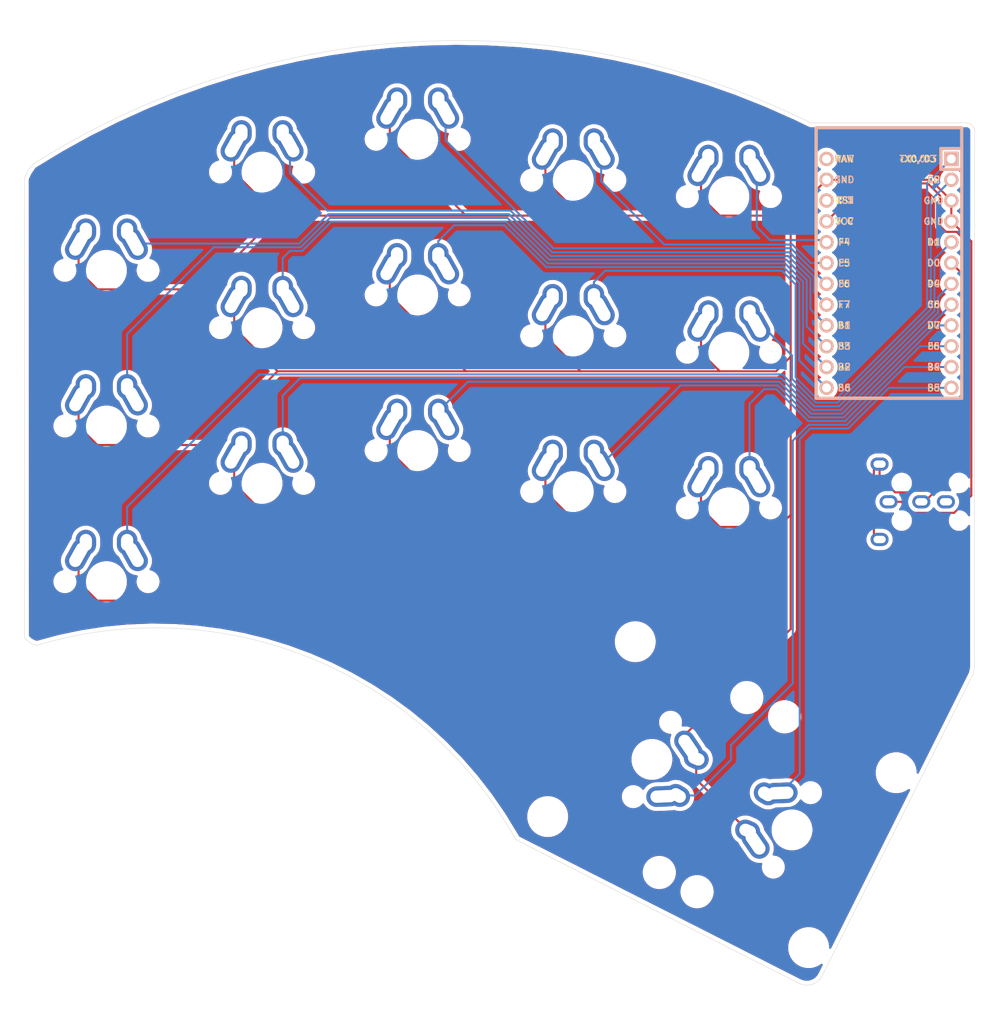
<source format=kicad_pcb>
(kicad_pcb (version 20171130) (host pcbnew 5.1.6)
  (layers (0 F.Cu signal) (31 B.Cu signal) (34 B.Paste user) (35 F.Paste user) (36 B.SilkS user) (37 F.SilkS user) (38 B.Mask user) (39 F.Mask user) (44 Edge.Cuts user))
  (net 0 "")
  (net 1 SDA)
  (net 2 GND)
  (net 3 VCC)
  (net 4 P1)
  (net 5 R1)
  (net 6 M1)
  (net 7 I11)
  (net 8 I21)
  (net 9 P2)
  (net 10 R2)
  (net 11 M2)
  (net 12 I12)
  (net 13 I22)
  (net 14 P3)
  (net 15 R3)
  (net 16 M3)
  (net 17 I13)
  (net 18 I23)
  (net 19 T1)
  (net 20 T2)
  (module nodiodes:2u-dual (layer F.Cu) (at 113.7 107.3 63.4)
    (fp_text reference switch17 hide)
    (fp_text value switch hide)
    (pad "" np_thru_hole circle (at 11.938 8.255 63.4) (size 3.9878 3.9878) (drill 3.9878) (layers *.Cu *.Mask))
    (pad "" np_thru_hole circle (at -11.938 8.255 63.4) (size 3.9878 3.9878) (drill 3.9878) (layers *.Cu *.Mask))
    (pad "" np_thru_hole circle (at 11.938 -6.985 63.4) (size 3.048 3.048) (drill 3.048) (layers *.Cu *.Mask))
    (pad "" np_thru_hole circle (at -11.938 -6.985 63.4) (size 3.048 3.048) (drill 3.048) (layers *.Cu *.Mask))
    (pad "" np_thru_hole circle (at 5.08 0 63.4) (size 1.8 1.8) (drill 1.8) (layers *.Cu *.Mask))
    (pad "" np_thru_hole circle (at -5.08 0 63.4) (size 1.8 1.8) (drill 1.8) (layers *.Cu *.Mask))
    (pad "" np_thru_hole circle (at 0 0 63.4) (size 3.9878 3.9878) (drill 3.9878) (layers *.Cu *.Mask))
    (pad 2 thru_hole oval (at 2.52 -4.79 59.5) (size 2.5 3.08) (drill oval 1.5 2.08) (layers *.Cu *.Mask) (net 20 T2))
    (pad 1 thru_hole oval (at -3.405 -3.27 34.4) (size 2.5 4.17) (drill oval 1.5 3.17) (layers *.Cu *.Mask) (net 2 GND))
    (pad 2 thru_hole oval (at 3.405 -3.27 92.4) (size 2.5 4.17) (drill oval 1.5 3.17) (layers *.Cu *.Mask) (net 20 T2))
    (pad 1 thru_hole oval (at -2.52 -4.79 67.3) (size 2.5 3.08) (drill oval 1.5 2.08) (layers *.Cu *.Mask) (net 2 GND))
  )
  (module nodiodes:2u-dual (layer F.Cu) (at 96.6 98.7 243.4)
    (fp_text reference switch16 hide)
    (fp_text value switch hide)
    (pad "" np_thru_hole circle (at 11.938 8.255 243.4) (size 3.9878 3.9878) (drill 3.9878) (layers *.Cu *.Mask))
    (pad "" np_thru_hole circle (at -11.938 8.255 243.4) (size 3.9878 3.9878) (drill 3.9878) (layers *.Cu *.Mask))
    (pad "" np_thru_hole circle (at 11.938 -6.985 243.4) (size 3.048 3.048) (drill 3.048) (layers *.Cu *.Mask))
    (pad "" np_thru_hole circle (at -11.938 -6.985 243.4) (size 3.048 3.048) (drill 3.048) (layers *.Cu *.Mask))
    (pad "" np_thru_hole circle (at 5.08 0 243.4) (size 1.8 1.8) (drill 1.8) (layers *.Cu *.Mask))
    (pad "" np_thru_hole circle (at -5.08 0 243.4) (size 1.8 1.8) (drill 1.8) (layers *.Cu *.Mask))
    (pad "" np_thru_hole circle (at 0 0 243.4) (size 3.9878 3.9878) (drill 3.9878) (layers *.Cu *.Mask))
    (pad 2 thru_hole oval (at 2.52 -4.79 239.5) (size 2.5 3.08) (drill oval 1.5 2.08) (layers *.Cu *.Mask) (net 19 T1))
    (pad 1 thru_hole oval (at -3.405 -3.27 214.4) (size 2.5 4.17) (drill oval 1.5 3.17) (layers *.Cu *.Mask) (net 2 GND))
    (pad 2 thru_hole oval (at 3.405 -3.27 272.4) (size 2.5 4.17) (drill oval 1.5 3.17) (layers *.Cu *.Mask) (net 19 T1))
    (pad 1 thru_hole oval (at -2.52 -4.79 247.3) (size 2.5 3.08) (drill oval 1.5 2.08) (layers *.Cu *.Mask) (net 2 GND))
  )
  (module nodiodes:1u-dual (layer F.Cu) (at 106 68)
    (fp_text reference switch15 hide)
    (fp_text value switch hide)
    (pad 1 thru_hole oval (at -2.52 -4.79) (size 2.5 3.08) (drill oval 1.5 2.08) (layers *.Cu *.Mask) (net 2 GND))
    (pad 2 thru_hole oval (at 3.405 -3.27 29) (size 2.5 4.17) (drill oval 1.5 3.17) (layers *.Cu *.Mask) (net 18 I23))
    (pad "" np_thru_hole circle (at 5.08 0) (size 1.8 1.8) (drill 1.8) (layers *.Cu *.Mask))
    (pad "" np_thru_hole circle (at -5.08 0) (size 1.8 1.8) (drill 1.8) (layers *.Cu *.Mask))
    (pad "" np_thru_hole circle (at 0 0) (size 3.9878 3.9878) (drill 3.9878) (layers *.Cu *.Mask))
    (pad 2 thru_hole oval (at 2.52 -4.79) (size 2.5 3.08) (drill oval 1.5 2.08) (layers *.Cu *.Mask) (net 18 I23))
    (pad 1 thru_hole oval (at -3.405 -3.27 331) (size 2.5 4.17) (drill oval 1.5 3.17) (layers *.Cu *.Mask) (net 2 GND))
  )
  (module nodiodes:1u-dual (layer F.Cu) (at 87 66)
    (fp_text reference switch14 hide)
    (fp_text value switch hide)
    (pad 1 thru_hole oval (at -2.52 -4.79) (size 2.5 3.08) (drill oval 1.5 2.08) (layers *.Cu *.Mask) (net 2 GND))
    (pad 2 thru_hole oval (at 3.405 -3.27 29) (size 2.5 4.17) (drill oval 1.5 3.17) (layers *.Cu *.Mask) (net 17 I13))
    (pad "" np_thru_hole circle (at 5.08 0) (size 1.8 1.8) (drill 1.8) (layers *.Cu *.Mask))
    (pad "" np_thru_hole circle (at -5.08 0) (size 1.8 1.8) (drill 1.8) (layers *.Cu *.Mask))
    (pad "" np_thru_hole circle (at 0 0) (size 3.9878 3.9878) (drill 3.9878) (layers *.Cu *.Mask))
    (pad 2 thru_hole oval (at 2.52 -4.79) (size 2.5 3.08) (drill oval 1.5 2.08) (layers *.Cu *.Mask) (net 17 I13))
    (pad 1 thru_hole oval (at -3.405 -3.27 331) (size 2.5 4.17) (drill oval 1.5 3.17) (layers *.Cu *.Mask) (net 2 GND))
  )
  (module nodiodes:1u-dual (layer F.Cu) (at 68 61)
    (fp_text reference switch13 hide)
    (fp_text value switch hide)
    (pad 1 thru_hole oval (at -2.52 -4.79) (size 2.5 3.08) (drill oval 1.5 2.08) (layers *.Cu *.Mask) (net 2 GND))
    (pad 2 thru_hole oval (at 3.405 -3.27 29) (size 2.5 4.17) (drill oval 1.5 3.17) (layers *.Cu *.Mask) (net 16 M3))
    (pad "" np_thru_hole circle (at 5.08 0) (size 1.8 1.8) (drill 1.8) (layers *.Cu *.Mask))
    (pad "" np_thru_hole circle (at -5.08 0) (size 1.8 1.8) (drill 1.8) (layers *.Cu *.Mask))
    (pad "" np_thru_hole circle (at 0 0) (size 3.9878 3.9878) (drill 3.9878) (layers *.Cu *.Mask))
    (pad 2 thru_hole oval (at 2.52 -4.79) (size 2.5 3.08) (drill oval 1.5 2.08) (layers *.Cu *.Mask) (net 16 M3))
    (pad 1 thru_hole oval (at -3.405 -3.27 331) (size 2.5 4.17) (drill oval 1.5 3.17) (layers *.Cu *.Mask) (net 2 GND))
  )
  (module nodiodes:1u-dual (layer F.Cu) (at 49 65)
    (fp_text reference switch12 hide)
    (fp_text value switch hide)
    (pad 1 thru_hole oval (at -2.52 -4.79) (size 2.5 3.08) (drill oval 1.5 2.08) (layers *.Cu *.Mask) (net 2 GND))
    (pad 2 thru_hole oval (at 3.405 -3.27 29) (size 2.5 4.17) (drill oval 1.5 3.17) (layers *.Cu *.Mask) (net 15 R3))
    (pad "" np_thru_hole circle (at 5.08 0) (size 1.8 1.8) (drill 1.8) (layers *.Cu *.Mask))
    (pad "" np_thru_hole circle (at -5.08 0) (size 1.8 1.8) (drill 1.8) (layers *.Cu *.Mask))
    (pad "" np_thru_hole circle (at 0 0) (size 3.9878 3.9878) (drill 3.9878) (layers *.Cu *.Mask))
    (pad 2 thru_hole oval (at 2.52 -4.79) (size 2.5 3.08) (drill oval 1.5 2.08) (layers *.Cu *.Mask) (net 15 R3))
    (pad 1 thru_hole oval (at -3.405 -3.27 331) (size 2.5 4.17) (drill oval 1.5 3.17) (layers *.Cu *.Mask) (net 2 GND))
  )
  (module nodiodes:1u-dual (layer F.Cu) (at 30 77)
    (fp_text reference switch11 hide)
    (fp_text value switch hide)
    (pad 1 thru_hole oval (at -2.52 -4.79) (size 2.5 3.08) (drill oval 1.5 2.08) (layers *.Cu *.Mask) (net 2 GND))
    (pad 2 thru_hole oval (at 3.405 -3.27 29) (size 2.5 4.17) (drill oval 1.5 3.17) (layers *.Cu *.Mask) (net 14 P3))
    (pad "" np_thru_hole circle (at 5.08 0) (size 1.8 1.8) (drill 1.8) (layers *.Cu *.Mask))
    (pad "" np_thru_hole circle (at -5.08 0) (size 1.8 1.8) (drill 1.8) (layers *.Cu *.Mask))
    (pad "" np_thru_hole circle (at 0 0) (size 3.9878 3.9878) (drill 3.9878) (layers *.Cu *.Mask))
    (pad 2 thru_hole oval (at 2.52 -4.79) (size 2.5 3.08) (drill oval 1.5 2.08) (layers *.Cu *.Mask) (net 14 P3))
    (pad 1 thru_hole oval (at -3.405 -3.27 331) (size 2.5 4.17) (drill oval 1.5 3.17) (layers *.Cu *.Mask) (net 2 GND))
  )
  (module nodiodes:1u-dual (layer F.Cu) (at 106 49)
    (fp_text reference switch10 hide)
    (fp_text value switch hide)
    (pad 1 thru_hole oval (at -2.52 -4.79) (size 2.5 3.08) (drill oval 1.5 2.08) (layers *.Cu *.Mask) (net 2 GND))
    (pad 2 thru_hole oval (at 3.405 -3.27 29) (size 2.5 4.17) (drill oval 1.5 3.17) (layers *.Cu *.Mask) (net 13 I22))
    (pad "" np_thru_hole circle (at 5.08 0) (size 1.8 1.8) (drill 1.8) (layers *.Cu *.Mask))
    (pad "" np_thru_hole circle (at -5.08 0) (size 1.8 1.8) (drill 1.8) (layers *.Cu *.Mask))
    (pad "" np_thru_hole circle (at 0 0) (size 3.9878 3.9878) (drill 3.9878) (layers *.Cu *.Mask))
    (pad 2 thru_hole oval (at 2.52 -4.79) (size 2.5 3.08) (drill oval 1.5 2.08) (layers *.Cu *.Mask) (net 13 I22))
    (pad 1 thru_hole oval (at -3.405 -3.27 331) (size 2.5 4.17) (drill oval 1.5 3.17) (layers *.Cu *.Mask) (net 2 GND))
  )
  (module nodiodes:1u-dual (layer F.Cu) (at 87 47)
    (fp_text reference switch9 hide)
    (fp_text value switch hide)
    (pad 1 thru_hole oval (at -2.52 -4.79) (size 2.5 3.08) (drill oval 1.5 2.08) (layers *.Cu *.Mask) (net 2 GND))
    (pad 2 thru_hole oval (at 3.405 -3.27 29) (size 2.5 4.17) (drill oval 1.5 3.17) (layers *.Cu *.Mask) (net 12 I12))
    (pad "" np_thru_hole circle (at 5.08 0) (size 1.8 1.8) (drill 1.8) (layers *.Cu *.Mask))
    (pad "" np_thru_hole circle (at -5.08 0) (size 1.8 1.8) (drill 1.8) (layers *.Cu *.Mask))
    (pad "" np_thru_hole circle (at 0 0) (size 3.9878 3.9878) (drill 3.9878) (layers *.Cu *.Mask))
    (pad 2 thru_hole oval (at 2.52 -4.79) (size 2.5 3.08) (drill oval 1.5 2.08) (layers *.Cu *.Mask) (net 12 I12))
    (pad 1 thru_hole oval (at -3.405 -3.27 331) (size 2.5 4.17) (drill oval 1.5 3.17) (layers *.Cu *.Mask) (net 2 GND))
  )
  (module nodiodes:1u-dual (layer F.Cu) (at 68 42)
    (fp_text reference switch8 hide)
    (fp_text value switch hide)
    (pad 1 thru_hole oval (at -2.52 -4.79) (size 2.5 3.08) (drill oval 1.5 2.08) (layers *.Cu *.Mask) (net 2 GND))
    (pad 2 thru_hole oval (at 3.405 -3.27 29) (size 2.5 4.17) (drill oval 1.5 3.17) (layers *.Cu *.Mask) (net 11 M2))
    (pad "" np_thru_hole circle (at 5.08 0) (size 1.8 1.8) (drill 1.8) (layers *.Cu *.Mask))
    (pad "" np_thru_hole circle (at -5.08 0) (size 1.8 1.8) (drill 1.8) (layers *.Cu *.Mask))
    (pad "" np_thru_hole circle (at 0 0) (size 3.9878 3.9878) (drill 3.9878) (layers *.Cu *.Mask))
    (pad 2 thru_hole oval (at 2.52 -4.79) (size 2.5 3.08) (drill oval 1.5 2.08) (layers *.Cu *.Mask) (net 11 M2))
    (pad 1 thru_hole oval (at -3.405 -3.27 331) (size 2.5 4.17) (drill oval 1.5 3.17) (layers *.Cu *.Mask) (net 2 GND))
  )
  (module nodiodes:1u-dual (layer F.Cu) (at 49 46)
    (fp_text reference switch7 hide)
    (fp_text value switch hide)
    (pad 1 thru_hole oval (at -2.52 -4.79) (size 2.5 3.08) (drill oval 1.5 2.08) (layers *.Cu *.Mask) (net 2 GND))
    (pad 2 thru_hole oval (at 3.405 -3.27 29) (size 2.5 4.17) (drill oval 1.5 3.17) (layers *.Cu *.Mask) (net 10 R2))
    (pad "" np_thru_hole circle (at 5.08 0) (size 1.8 1.8) (drill 1.8) (layers *.Cu *.Mask))
    (pad "" np_thru_hole circle (at -5.08 0) (size 1.8 1.8) (drill 1.8) (layers *.Cu *.Mask))
    (pad "" np_thru_hole circle (at 0 0) (size 3.9878 3.9878) (drill 3.9878) (layers *.Cu *.Mask))
    (pad 2 thru_hole oval (at 2.52 -4.79) (size 2.5 3.08) (drill oval 1.5 2.08) (layers *.Cu *.Mask) (net 10 R2))
    (pad 1 thru_hole oval (at -3.405 -3.27 331) (size 2.5 4.17) (drill oval 1.5 3.17) (layers *.Cu *.Mask) (net 2 GND))
  )
  (module nodiodes:1u-dual (layer F.Cu) (at 30 58)
    (fp_text reference switch6 hide)
    (fp_text value switch hide)
    (pad 1 thru_hole oval (at -2.52 -4.79) (size 2.5 3.08) (drill oval 1.5 2.08) (layers *.Cu *.Mask) (net 2 GND))
    (pad 2 thru_hole oval (at 3.405 -3.27 29) (size 2.5 4.17) (drill oval 1.5 3.17) (layers *.Cu *.Mask) (net 9 P2))
    (pad "" np_thru_hole circle (at 5.08 0) (size 1.8 1.8) (drill 1.8) (layers *.Cu *.Mask))
    (pad "" np_thru_hole circle (at -5.08 0) (size 1.8 1.8) (drill 1.8) (layers *.Cu *.Mask))
    (pad "" np_thru_hole circle (at 0 0) (size 3.9878 3.9878) (drill 3.9878) (layers *.Cu *.Mask))
    (pad 2 thru_hole oval (at 2.52 -4.79) (size 2.5 3.08) (drill oval 1.5 2.08) (layers *.Cu *.Mask) (net 9 P2))
    (pad 1 thru_hole oval (at -3.405 -3.27 331) (size 2.5 4.17) (drill oval 1.5 3.17) (layers *.Cu *.Mask) (net 2 GND))
  )
  (module nodiodes:1u-dual (layer F.Cu) (at 106 30)
    (fp_text reference switch5 hide)
    (fp_text value switch hide)
    (pad 1 thru_hole oval (at -2.52 -4.79) (size 2.5 3.08) (drill oval 1.5 2.08) (layers *.Cu *.Mask) (net 2 GND))
    (pad 2 thru_hole oval (at 3.405 -3.27 29) (size 2.5 4.17) (drill oval 1.5 3.17) (layers *.Cu *.Mask) (net 8 I21))
    (pad "" np_thru_hole circle (at 5.08 0) (size 1.8 1.8) (drill 1.8) (layers *.Cu *.Mask))
    (pad "" np_thru_hole circle (at -5.08 0) (size 1.8 1.8) (drill 1.8) (layers *.Cu *.Mask))
    (pad "" np_thru_hole circle (at 0 0) (size 3.9878 3.9878) (drill 3.9878) (layers *.Cu *.Mask))
    (pad 2 thru_hole oval (at 2.52 -4.79) (size 2.5 3.08) (drill oval 1.5 2.08) (layers *.Cu *.Mask) (net 8 I21))
    (pad 1 thru_hole oval (at -3.405 -3.27 331) (size 2.5 4.17) (drill oval 1.5 3.17) (layers *.Cu *.Mask) (net 2 GND))
  )
  (module nodiodes:1u-dual (layer F.Cu) (at 87 28)
    (fp_text reference switch4 hide)
    (fp_text value switch hide)
    (pad 1 thru_hole oval (at -2.52 -4.79) (size 2.5 3.08) (drill oval 1.5 2.08) (layers *.Cu *.Mask) (net 2 GND))
    (pad 2 thru_hole oval (at 3.405 -3.27 29) (size 2.5 4.17) (drill oval 1.5 3.17) (layers *.Cu *.Mask) (net 7 I11))
    (pad "" np_thru_hole circle (at 5.08 0) (size 1.8 1.8) (drill 1.8) (layers *.Cu *.Mask))
    (pad "" np_thru_hole circle (at -5.08 0) (size 1.8 1.8) (drill 1.8) (layers *.Cu *.Mask))
    (pad "" np_thru_hole circle (at 0 0) (size 3.9878 3.9878) (drill 3.9878) (layers *.Cu *.Mask))
    (pad 2 thru_hole oval (at 2.52 -4.79) (size 2.5 3.08) (drill oval 1.5 2.08) (layers *.Cu *.Mask) (net 7 I11))
    (pad 1 thru_hole oval (at -3.405 -3.27 331) (size 2.5 4.17) (drill oval 1.5 3.17) (layers *.Cu *.Mask) (net 2 GND))
  )
  (module nodiodes:1u-dual (layer F.Cu) (at 68 23)
    (fp_text reference switch3 hide)
    (fp_text value switch hide)
    (pad 1 thru_hole oval (at -2.52 -4.79) (size 2.5 3.08) (drill oval 1.5 2.08) (layers *.Cu *.Mask) (net 2 GND))
    (pad 2 thru_hole oval (at 3.405 -3.27 29) (size 2.5 4.17) (drill oval 1.5 3.17) (layers *.Cu *.Mask) (net 6 M1))
    (pad "" np_thru_hole circle (at 5.08 0) (size 1.8 1.8) (drill 1.8) (layers *.Cu *.Mask))
    (pad "" np_thru_hole circle (at -5.08 0) (size 1.8 1.8) (drill 1.8) (layers *.Cu *.Mask))
    (pad "" np_thru_hole circle (at 0 0) (size 3.9878 3.9878) (drill 3.9878) (layers *.Cu *.Mask))
    (pad 2 thru_hole oval (at 2.52 -4.79) (size 2.5 3.08) (drill oval 1.5 2.08) (layers *.Cu *.Mask) (net 6 M1))
    (pad 1 thru_hole oval (at -3.405 -3.27 331) (size 2.5 4.17) (drill oval 1.5 3.17) (layers *.Cu *.Mask) (net 2 GND))
  )
  (module nodiodes:1u-dual (layer F.Cu) (at 49 27)
    (fp_text reference switch2 hide)
    (fp_text value switch hide)
    (pad 1 thru_hole oval (at -2.52 -4.79) (size 2.5 3.08) (drill oval 1.5 2.08) (layers *.Cu *.Mask) (net 2 GND))
    (pad 2 thru_hole oval (at 3.405 -3.27 29) (size 2.5 4.17) (drill oval 1.5 3.17) (layers *.Cu *.Mask) (net 5 R1))
    (pad "" np_thru_hole circle (at 5.08 0) (size 1.8 1.8) (drill 1.8) (layers *.Cu *.Mask))
    (pad "" np_thru_hole circle (at -5.08 0) (size 1.8 1.8) (drill 1.8) (layers *.Cu *.Mask))
    (pad "" np_thru_hole circle (at 0 0) (size 3.9878 3.9878) (drill 3.9878) (layers *.Cu *.Mask))
    (pad 2 thru_hole oval (at 2.52 -4.79) (size 2.5 3.08) (drill oval 1.5 2.08) (layers *.Cu *.Mask) (net 5 R1))
    (pad 1 thru_hole oval (at -3.405 -3.27 331) (size 2.5 4.17) (drill oval 1.5 3.17) (layers *.Cu *.Mask) (net 2 GND))
  )
  (module nodiodes:1u-dual (layer F.Cu) (at 30 39)
    (fp_text reference switch1 hide)
    (fp_text value switch hide)
    (pad 1 thru_hole oval (at -2.52 -4.79) (size 2.5 3.08) (drill oval 1.5 2.08) (layers *.Cu *.Mask) (net 2 GND))
    (pad 2 thru_hole oval (at 3.405 -3.27 29) (size 2.5 4.17) (drill oval 1.5 3.17) (layers *.Cu *.Mask) (net 4 P1))
    (pad "" np_thru_hole circle (at 5.08 0) (size 1.8 1.8) (drill 1.8) (layers *.Cu *.Mask))
    (pad "" np_thru_hole circle (at -5.08 0) (size 1.8 1.8) (drill 1.8) (layers *.Cu *.Mask))
    (pad "" np_thru_hole circle (at 0 0) (size 3.9878 3.9878) (drill 3.9878) (layers *.Cu *.Mask))
    (pad 2 thru_hole oval (at 2.52 -4.79) (size 2.5 3.08) (drill oval 1.5 2.08) (layers *.Cu *.Mask) (net 4 P1))
    (pad 1 thru_hole oval (at -3.405 -3.27 331) (size 2.5 4.17) (drill oval 1.5 3.17) (layers *.Cu *.Mask) (net 2 GND))
  )
  (module nodiodes:promicro (layer B.Cu) (at 125.54 39.37 270)
    (fp_text reference U2 hide)
    (fp_text value promicro hide)
    (fp_line (start -12.7 -6.35) (end -12.7 -8.89) (layer F.SilkS) (width 0.381))
    (fp_line (start -15.24 -6.35) (end -12.7 -6.35) (layer F.SilkS) (width 0.381))
    (fp_line (start -15.24 -8.89) (end 15.24 -8.89) (layer B.SilkS) (width 0.381))
    (fp_line (start 15.24 -8.89) (end 15.24 8.89) (layer B.SilkS) (width 0.381))
    (fp_line (start 15.24 8.89) (end -15.24 8.89) (layer B.SilkS) (width 0.381))
    (fp_line (start -15.24 -6.35) (end -12.7 -6.35) (layer B.SilkS) (width 0.381))
    (fp_line (start -12.7 -6.35) (end -12.7 -8.89) (layer B.SilkS) (width 0.381))
    (fp_poly (pts (xy -9.36064 4.931568) (xy -9.06064 4.931568) (xy -9.06064 4.831568) (xy -9.36064 4.831568)) (layer B.SilkS) (width 0.15))
    (fp_poly (pts (xy -8.96064 4.731568) (xy -8.86064 4.731568) (xy -8.86064 4.631568) (xy -8.96064 4.631568)) (layer B.SilkS) (width 0.15))
    (fp_poly (pts (xy -9.36064 4.931568) (xy -9.26064 4.931568) (xy -9.26064 4.431568) (xy -9.36064 4.431568)) (layer B.SilkS) (width 0.15))
    (fp_poly (pts (xy -9.36064 4.531568) (xy -8.56064 4.531568) (xy -8.56064 4.431568) (xy -9.36064 4.431568)) (layer B.SilkS) (width 0.15))
    (fp_poly (pts (xy -8.76064 4.931568) (xy -8.56064 4.931568) (xy -8.56064 4.831568) (xy -8.76064 4.831568)) (layer B.SilkS) (width 0.15))
    (fp_poly (pts (xy -8.95097 6.044635) (xy -8.85097 6.044635) (xy -8.85097 6.144635) (xy -8.95097 6.144635)) (layer F.SilkS) (width 0.15))
    (fp_poly (pts (xy -9.35097 6.244635) (xy -8.55097 6.244635) (xy -8.55097 6.344635) (xy -9.35097 6.344635)) (layer F.SilkS) (width 0.15))
    (fp_poly (pts (xy -8.75097 5.844635) (xy -8.55097 5.844635) (xy -8.55097 5.944635) (xy -8.75097 5.944635)) (layer F.SilkS) (width 0.15))
    (fp_poly (pts (xy -9.35097 5.844635) (xy -9.05097 5.844635) (xy -9.05097 5.944635) (xy -9.35097 5.944635)) (layer F.SilkS) (width 0.15))
    (fp_poly (pts (xy -9.35097 5.844635) (xy -9.25097 5.844635) (xy -9.25097 6.344635) (xy -9.35097 6.344635)) (layer F.SilkS) (width 0.15))
    (fp_line (start 15.24 8.89) (end -17.78 8.89) (layer F.SilkS) (width 0.381))
    (fp_line (start 15.24 -8.89) (end 15.24 8.89) (layer F.SilkS) (width 0.381))
    (fp_line (start -17.78 -8.89) (end 15.24 -8.89) (layer F.SilkS) (width 0.381))
    (fp_line (start -17.78 8.89) (end -17.78 -8.89) (layer F.SilkS) (width 0.381))
    (fp_line (start -15.24 8.89) (end -17.78 8.89) (layer B.SilkS) (width 0.381))
    (fp_line (start -17.78 8.89) (end -17.78 -8.89) (layer B.SilkS) (width 0.381))
    (fp_line (start -17.78 -8.89) (end -15.24 -8.89) (layer B.SilkS) (width 0.381))
    (fp_line (start -15.24 -6.35) (end -15.24 -8.89) (layer F.SilkS) (width 0.381))
    (fp_line (start -15.24 -6.35) (end -15.24 -8.89) (layer B.SilkS) (width 0.381))
    (fp_text user D2 (at -11.43 -5.461 180) (layer F.SilkS) (effects (font (size 0.8 0.8))))
    (fp_text user D0 (at -1.27 -5.461 180) (layer F.SilkS) (effects (font (size 0.8 0.8))))
    (fp_text user D1 (at -3.81 -5.461 180) (layer F.SilkS) (effects (font (size 0.8 0.8))))
    (fp_text user GND (at -6.35 -5.461 180) (layer F.SilkS) (effects (font (size 0.8 0.8))))
    (fp_text user GND (at -8.89 -5.461 180) (layer F.SilkS) (effects (font (size 0.8 0.8))))
    (fp_text user D4 (at 1.27 -5.461 180) (layer F.SilkS) (effects (font (size 0.8 0.8))))
    (fp_text user C6 (at 3.81 -5.461 180) (layer F.SilkS) (effects (font (size 0.8 0.8))))
    (fp_text user D7 (at 6.35 -5.461 180) (layer F.SilkS) (effects (font (size 0.8 0.8))))
    (fp_text user E6 (at 8.89 -5.461 180) (layer F.SilkS) (effects (font (size 0.8 0.8))))
    (fp_text user B4 (at 11.43 -5.461 180) (layer F.SilkS) (effects (font (size 0.8 0.8))))
    (fp_text user B5 (at 13.97 -5.461 180) (layer F.SilkS) (effects (font (size 0.8 0.8))))
    (fp_text user B6 (at 13.97 5.461 180) (layer F.SilkS) (effects (font (size 0.8 0.8))))
    (fp_text user B2 (at 11.43 5.461 180) (layer B.SilkS) (effects (font (size 0.8 0.8)) (justify mirror)))
    (fp_text user B3 (at 8.89 5.461 180) (layer F.SilkS) (effects (font (size 0.8 0.8))))
    (fp_text user B1 (at 6.35 5.461 180) (layer F.SilkS) (effects (font (size 0.8 0.8))))
    (fp_text user F7 (at 3.81 5.461 180) (layer B.SilkS) (effects (font (size 0.8 0.8)) (justify mirror)))
    (fp_text user F6 (at 1.27 5.461 180) (layer B.SilkS) (effects (font (size 0.8 0.8)) (justify mirror)))
    (fp_text user F5 (at -1.27 5.461 180) (layer B.SilkS) (effects (font (size 0.8 0.8)) (justify mirror)))
    (fp_text user F4 (at -3.81 5.461 180) (layer F.SilkS) (effects (font (size 0.8 0.8))))
    (fp_text user VCC (at -6.35 5.461 180) (layer F.SilkS) (effects (font (size 0.8 0.8))))
    (fp_text user GND (at -11.43 5.461 180) (layer F.SilkS) (effects (font (size 0.8 0.8))))
    (fp_text user RAW (at -13.97 5.461 180) (layer F.SilkS) (effects (font (size 0.8 0.8))))
    (fp_text user RAW (at -13.97 5.461 180) (layer B.SilkS) (effects (font (size 0.8 0.8)) (justify mirror)))
    (fp_text user GND (at -11.43 5.461 180) (layer B.SilkS) (effects (font (size 0.8 0.8)) (justify mirror)))
    (fp_text user ST (at -8.92 5.73312 180) (layer B.SilkS) (effects (font (size 0.8 0.8)) (justify mirror)))
    (fp_text user VCC (at -6.35 5.461 180) (layer B.SilkS) (effects (font (size 0.8 0.8)) (justify mirror)))
    (fp_text user F4 (at -3.81 5.461 180) (layer B.SilkS) (effects (font (size 0.8 0.8)) (justify mirror)))
    (fp_text user F5 (at -1.27 5.461 180) (layer F.SilkS) (effects (font (size 0.8 0.8))))
    (fp_text user F6 (at 1.27 5.461 180) (layer F.SilkS) (effects (font (size 0.8 0.8))))
    (fp_text user F7 (at 3.81 5.461 180) (layer F.SilkS) (effects (font (size 0.8 0.8))))
    (fp_text user B1 (at 6.35 5.461 180) (layer B.SilkS) (effects (font (size 0.8 0.8)) (justify mirror)))
    (fp_text user B3 (at 8.89 5.461 180) (layer B.SilkS) (effects (font (size 0.8 0.8)) (justify mirror)))
    (fp_text user B2 (at 11.43 5.461 180) (layer F.SilkS) (effects (font (size 0.8 0.8))))
    (fp_text user B6 (at 13.97 5.461 180) (layer B.SilkS) (effects (font (size 0.8 0.8)) (justify mirror)))
    (fp_text user B5 (at 13.97 -5.461 180) (layer B.SilkS) (effects (font (size 0.8 0.8)) (justify mirror)))
    (fp_text user B4 (at 11.43 -5.461 180) (layer B.SilkS) (effects (font (size 0.8 0.8)) (justify mirror)))
    (fp_text user E6 (at 8.89 -5.461 180) (layer B.SilkS) (effects (font (size 0.8 0.8)) (justify mirror)))
    (fp_text user D7 (at 6.35 -5.461 180) (layer B.SilkS) (effects (font (size 0.8 0.8)) (justify mirror)))
    (fp_text user C6 (at 3.81 -5.461 180) (layer B.SilkS) (effects (font (size 0.8 0.8)) (justify mirror)))
    (fp_text user D4 (at 1.27 -5.461 180) (layer B.SilkS) (effects (font (size 0.8 0.8)) (justify mirror)))
    (fp_text user GND (at -8.89 -5.461 180) (layer B.SilkS) (effects (font (size 0.8 0.8)) (justify mirror)))
    (fp_text user GND (at -6.35 -5.461 180) (layer B.SilkS) (effects (font (size 0.8 0.8)) (justify mirror)))
    (fp_text user D1 (at -3.81 -5.461 180) (layer B.SilkS) (effects (font (size 0.8 0.8)) (justify mirror)))
    (fp_text user D0 (at -1.27 -5.461 180) (layer B.SilkS) (effects (font (size 0.8 0.8)) (justify mirror)))
    (fp_text user D2 (at -11.43 -5.461 180) (layer B.SilkS) (effects (font (size 0.8 0.8)) (justify mirror)))
    (fp_text user TX0/D3 (at -13.97 -3.571872 180) (layer F.SilkS) (effects (font (size 0.8 0.8))))
    (fp_text user TX0/D3 (at -13.97 -3.571872 180) (layer B.SilkS) (effects (font (size 0.8 0.8)) (justify mirror)))
    (fp_text user ST (at -8.91 5.04 180) (layer F.SilkS) (effects (font (size 0.8 0.8))))
    (pad 1 thru_hole rect (at -13.97 -7.62 270) (size 1.7526 1.7526) (drill 1.0922) (layers *.Cu *.SilkS *.Mask) (net 12 I12))
    (pad 2 thru_hole circle (at -11.43 -7.62 270) (size 1.7526 1.7526) (drill 1.0922) (layers *.Cu *.SilkS *.Mask) (net 13 I22))
    (pad 3 thru_hole circle (at -8.89 -7.62 270) (size 1.7526 1.7526) (drill 1.0922) (layers *.Cu *.SilkS *.Mask) (net 2 GND))
    (pad 4 thru_hole circle (at -6.35 -7.62 270) (size 1.7526 1.7526) (drill 1.0922) (layers *.Cu *.SilkS *.Mask) (net 2 GND))
    (pad 5 thru_hole circle (at -3.81 -7.62 270) (size 1.7526 1.7526) (drill 1.0922) (layers *.Cu *.SilkS *.Mask) (net 14 P3))
    (pad 6 thru_hole circle (at -1.27 -7.62 270) (size 1.7526 1.7526) (drill 1.0922) (layers *.Cu *.SilkS *.Mask) (net 1 SDA))
    (pad 7 thru_hole circle (at 1.27 -7.62 270) (size 1.7526 1.7526) (drill 1.0922) (layers *.Cu *.SilkS *.Mask) (net 15 R3))
    (pad 8 thru_hole circle (at 3.81 -7.62 270) (size 1.7526 1.7526) (drill 1.0922) (layers *.Cu *.SilkS *.Mask) (net 16 M3))
    (pad 9 thru_hole circle (at 6.35 -7.62 270) (size 1.7526 1.7526) (drill 1.0922) (layers *.Cu *.SilkS *.Mask) (net 17 I13))
    (pad 10 thru_hole circle (at 8.89 -7.62 270) (size 1.7526 1.7526) (drill 1.0922) (layers *.Cu *.SilkS *.Mask) (net 18 I23))
    (pad 11 thru_hole circle (at 11.43 -7.62 270) (size 1.7526 1.7526) (drill 1.0922) (layers *.Cu *.SilkS *.Mask) (net 19 T1))
    (pad 13 thru_hole circle (at 13.97 7.62 270) (size 1.7526 1.7526) (drill 1.0922) (layers *.Cu *.SilkS *.Mask) (net 11 M2))
    (pad 14 thru_hole circle (at 11.43 7.62 270) (size 1.7526 1.7526) (drill 1.0922) (layers *.Cu *.SilkS *.Mask) (net 10 R2))
    (pad 15 thru_hole circle (at 8.89 7.62 270) (size 1.7526 1.7526) (drill 1.0922) (layers *.Cu *.SilkS *.Mask) (net 9 P2))
    (pad 16 thru_hole circle (at 6.35 7.62 270) (size 1.7526 1.7526) (drill 1.0922) (layers *.Cu *.SilkS *.Mask) (net 4 P1))
    (pad 17 thru_hole circle (at 3.81 7.62 270) (size 1.7526 1.7526) (drill 1.0922) (layers *.Cu *.SilkS *.Mask) (net 5 R1))
    (pad 18 thru_hole circle (at 1.27 7.62 270) (size 1.7526 1.7526) (drill 1.0922) (layers *.Cu *.SilkS *.Mask) (net 6 M1))
    (pad 19 thru_hole circle (at -1.27 7.62 270) (size 1.7526 1.7526) (drill 1.0922) (layers *.Cu *.SilkS *.Mask) (net 7 I11))
    (pad 20 thru_hole circle (at -3.81 7.62 270) (size 1.7526 1.7526) (drill 1.0922) (layers *.Cu *.SilkS *.Mask) (net 8 I21))
    (pad 21 thru_hole circle (at -6.35 7.62 270) (size 1.7526 1.7526) (drill 1.0922) (layers *.Cu *.SilkS *.Mask) (net 3 VCC))
    (pad 22 thru_hole circle (at -8.89 7.62 270) (size 1.7526 1.7526) (drill 1.0922) (layers *.Cu *.SilkS *.Mask))
    (pad 23 thru_hole circle (at -11.43 7.62 270) (size 1.7526 1.7526) (drill 1.0922) (layers *.Cu *.SilkS *.Mask) (net 2 GND))
    (pad 12 thru_hole circle (at 13.97 -7.62 270) (size 1.7526 1.7526) (drill 1.0922) (layers *.Cu *.SilkS *.Mask) (net 20 T2))
    (pad 24 thru_hole circle (at -13.97 7.62 270) (size 1.7526 1.7526) (drill 1.0922) (layers *.Cu *.SilkS *.Mask))
  )
  (module nodiodes:trrs (layer B.Cu) (at 135.7 67.25 90)
    (fp_text reference U1)
    (fp_text value trrs)
    (pad "" np_thru_hole circle (at 2.3 -8.6 90) (size 1.5 1.5) (drill 1.5) (layers *.Cu *.Mask))
    (pad "" np_thru_hole circle (at 2.3 -1.6 90) (size 1.5 1.5) (drill 1.5) (layers *.Cu *.Mask))
    (pad 1 thru_hole oval (at 4.6 -11.3 90) (size 1.6 2.2) (drill oval 0.9 1.5) (layers *.Cu *.Mask) (net 1 SDA))
    (pad 1 thru_hole oval (at -4.6 -11.3 90) (size 1.6 2.2) (drill oval 0.9 1.5) (layers *.Cu *.Mask) (net 1 SDA))
    (pad 2 thru_hole oval (at 0 -10.2 90) (size 1.6 2.2) (drill oval 0.9 1.5) (layers *.Cu *.Mask) (net 2 GND))
    (pad 4 thru_hole oval (at 0 -3.2 90) (size 1.6 2.2) (drill oval 0.9 1.5) (layers *.Cu *.Mask))
    (pad "" np_thru_hole circle (at -2.3 -8.6 90) (size 1.5 1.5) (drill 1.5) (layers *.Cu *.Mask))
    (pad "" np_thru_hole circle (at -2.3 -1.6 90) (size 1.5 1.5) (drill 1.5) (layers *.Cu *.Mask))
    (pad 3 thru_hole oval (at 0 -6.2 90) (size 1.6 2.2) (drill oval 0.9 1.5) (layers *.Cu *.Mask) (net 3 VCC))
  )
  (gr_arc (start 133.2 87.3) (end 135.599999 88.699999) (angle -30.25643716) (layer Edge.Cuts) (width 0.05))
  (gr_arc (start 115.5 124.1) (end 114.500001 125.999999) (angle -93.53079528) (layer Edge.Cuts) (width 0.05))
  (gr_arc (start 24.8 29.5) (end 21.027586 26.0435) (angle -22.6125193) (layer Edge.Cuts) (width 0.05))
  (gr_arc (start 135 22) (end 136 22) (angle -90) (layer Edge.Cuts) (width 0.05))
  (gr_line (start 21.591137 84.744072) (end 21.499802 84.76712) (layer Edge.Cuts) (width 0.05))
  (gr_arc (start 21.9 82.5) (end 20.000001 83.799999) (angle -45.60878847) (layer Edge.Cuts) (width 0.05))
  (gr_arc (start 36 133) (end 79.999999 108.500001) (angle -77.5153804) (layer Edge.Cuts) (width 0.05))
  (gr_line (start 19.988572 27.759696) (end 20.000001 83.799999) (layer Edge.Cuts) (width 0.05))
  (gr_line (start 116 21) (end 135 21) (layer Edge.Cuts) (width 0.05))
  (gr_arc (start 73 108) (end 116 21) (angle -58.6816949) (layer Edge.Cuts) (width 0.05))
  (gr_line (start 80 108.5) (end 114.5 126) (layer Edge.Cuts) (width 0.05))
  (gr_line (start 135.978487 87.3) (end 136 22) (layer Edge.Cuts) (width 0.05))
  (gr_line (start 117.457977 124.981089) (end 135.6 88.7) (layer Edge.Cuts) (width 0.05))
  (segment (start 123.7 63.35) (end 123.7 71.15) (width 0.25) (layer F.Cu) (net 1))
  (segment (start 123.7 71.15) (end 124.4 71.85) (width 0.25) (layer F.Cu) (net 1))
  (segment (start 124.4 62.65) (end 123.7 63.35) (width 0.25) (layer F.Cu) (net 1))
  (segment (start 133.16 38.1) (end 134.6 39.54) (width 0.25) (layer F.Cu) (net 1))
  (segment (start 134.6 61.8) (end 134.6 61.9) (width 0.25) (layer F.Cu) (net 1))
  (segment (start 134.6 39.54) (end 134.6 61.8) (width 0.25) (layer F.Cu) (net 1))
  (segment (start 134.6 61.900001) (end 134.6 61.8) (width 0.25) (layer F.Cu) (net 1))
  (segment (start 130.600001 65.9) (end 134.6 61.900001) (width 0.25) (layer F.Cu) (net 1))
  (segment (start 128.3 65.9) (end 130.600001 65.9) (width 0.25) (layer F.Cu) (net 1))
  (segment (start 128.1 66.1) (end 128.3 65.9) (width 0.25) (layer F.Cu) (net 1))
  (segment (start 126.3 66.1) (end 128.1 66.1) (width 0.25) (layer F.Cu) (net 1))
  (segment (start 124.4 64.2) (end 126.3 66.1) (width 0.25) (layer F.Cu) (net 1))
  (segment (start 124.4 62.65) (end 124.4 64.2) (width 0.25) (layer F.Cu) (net 1))
  (segment (start 113.541099 32.318901) (end 117.92 27.94) (width 0.25) (layer F.Cu) (net 2))
  (segment (start 102.595 30.026974) (end 104.886927 32.318901) (width 0.25) (layer F.Cu) (net 2))
  (segment (start 102.595 26.73) (end 102.595 30.026974) (width 0.25) (layer F.Cu) (net 2))
  (segment (start 87.886927 32.318901) (end 105.081099 32.318901) (width 0.25) (layer F.Cu) (net 2))
  (segment (start 83.595 28.026974) (end 87.886927 32.318901) (width 0.25) (layer F.Cu) (net 2))
  (segment (start 83.595 24.73) (end 83.595 28.026974) (width 0.25) (layer F.Cu) (net 2))
  (segment (start 105.081099 32.318901) (end 113.541099 32.318901) (width 0.25) (layer F.Cu) (net 2))
  (segment (start 64.595 23.026974) (end 73.886927 32.318901) (width 0.25) (layer F.Cu) (net 2))
  (segment (start 73.886927 32.318901) (end 87.886927 32.318901) (width 0.25) (layer F.Cu) (net 2))
  (segment (start 64.595 19.73) (end 64.595 23.026974) (width 0.25) (layer F.Cu) (net 2))
  (segment (start 50.886927 32.318901) (end 73.886927 32.318901) (width 0.25) (layer F.Cu) (net 2))
  (segment (start 45.595 27.026974) (end 50.886927 32.318901) (width 0.25) (layer F.Cu) (net 2))
  (segment (start 45.595 23.73) (end 45.595 27.026974) (width 0.25) (layer F.Cu) (net 2))
  (segment (start 28.886927 41.318901) (end 41.881099 41.318901) (width 0.25) (layer F.Cu) (net 2))
  (segment (start 26.595 39.026974) (end 28.886927 41.318901) (width 0.25) (layer F.Cu) (net 2))
  (segment (start 26.595 35.73) (end 26.595 39.026974) (width 0.25) (layer F.Cu) (net 2))
  (segment (start 50.881099 32.318901) (end 50.886927 32.318901) (width 0.25) (layer F.Cu) (net 2))
  (segment (start 41.881099 41.318901) (end 50.881099 32.318901) (width 0.25) (layer F.Cu) (net 2))
  (segment (start 83.595 47.026974) (end 87.886927 51.318901) (width 0.25) (layer F.Cu) (net 2))
  (segment (start 50.886927 51.318901) (end 73.886927 51.318901) (width 0.25) (layer F.Cu) (net 2))
  (segment (start 28.886927 60.318901) (end 41.881099 60.318901) (width 0.25) (layer F.Cu) (net 2))
  (segment (start 45.595 42.73) (end 45.595 46.026974) (width 0.25) (layer F.Cu) (net 2))
  (segment (start 83.595 43.73) (end 83.595 47.026974) (width 0.25) (layer F.Cu) (net 2))
  (segment (start 26.595 54.73) (end 26.595 58.026974) (width 0.25) (layer F.Cu) (net 2))
  (segment (start 102.595 45.73) (end 102.595 49.026974) (width 0.25) (layer F.Cu) (net 2))
  (segment (start 45.595 46.026974) (end 50.886927 51.318901) (width 0.25) (layer F.Cu) (net 2))
  (segment (start 73.886927 51.318901) (end 87.886927 51.318901) (width 0.25) (layer F.Cu) (net 2))
  (segment (start 26.595 58.026974) (end 28.886927 60.318901) (width 0.25) (layer F.Cu) (net 2))
  (segment (start 102.595 49.026974) (end 104.886927 51.318901) (width 0.25) (layer F.Cu) (net 2))
  (segment (start 64.595 38.73) (end 64.595 42.026974) (width 0.25) (layer F.Cu) (net 2))
  (segment (start 64.595 42.026974) (end 73.886927 51.318901) (width 0.25) (layer F.Cu) (net 2))
  (segment (start 41.881099 60.318901) (end 50.881099 51.318901) (width 0.25) (layer F.Cu) (net 2))
  (segment (start 64.595 57.73) (end 64.595 61.026974) (width 0.25) (layer F.Cu) (net 2))
  (segment (start 83.595 62.73) (end 83.595 66.026974) (width 0.25) (layer F.Cu) (net 2))
  (segment (start 28.886927 79.318901) (end 41.881099 79.318901) (width 0.25) (layer F.Cu) (net 2))
  (segment (start 41.881099 79.318901) (end 50.881099 70.318901) (width 0.25) (layer F.Cu) (net 2))
  (segment (start 45.595 65.026974) (end 50.886927 70.318901) (width 0.25) (layer F.Cu) (net 2))
  (segment (start 45.595 61.73) (end 45.595 65.026974) (width 0.25) (layer F.Cu) (net 2))
  (segment (start 83.595 66.026974) (end 87.886927 70.318901) (width 0.25) (layer F.Cu) (net 2))
  (segment (start 50.886927 70.318901) (end 73.886927 70.318901) (width 0.25) (layer F.Cu) (net 2))
  (segment (start 26.595 77.026974) (end 28.886927 79.318901) (width 0.25) (layer F.Cu) (net 2))
  (segment (start 102.595 64.73) (end 102.595 68.026974) (width 0.25) (layer F.Cu) (net 2))
  (segment (start 26.595 73.73) (end 26.595 77.026974) (width 0.25) (layer F.Cu) (net 2))
  (segment (start 73.886927 70.318901) (end 87.886927 70.318901) (width 0.25) (layer F.Cu) (net 2))
  (segment (start 102.595 68.026974) (end 104.886927 70.318901) (width 0.25) (layer F.Cu) (net 2))
  (segment (start 64.595 61.026974) (end 73.886927 70.318901) (width 0.25) (layer F.Cu) (net 2))
  (segment (start 102.011352 101.131207) (end 108.288648 107.408503) (width 0.25) (layer F.Cu) (net 2))
  (segment (start 102.011352 98.591497) (end 102.011352 101.131207) (width 0.25) (layer F.Cu) (net 2))
  (segment (start 101.048504 95.277016) (end 113.541099 82.784421) (width 0.25) (layer F.Cu) (net 2))
  (segment (start 101.048504 97.119577) (end 101.048504 95.277016) (width 0.25) (layer F.Cu) (net 2))
  (segment (start 130.62 27.94) (end 133.16 30.48) (width 0.25) (layer F.Cu) (net 2))
  (segment (start 117.92 27.94) (end 130.62 27.94) (width 0.25) (layer F.Cu) (net 2))
  (segment (start 133.16 30.48) (end 133.16 33.02) (width 0.25) (layer F.Cu) (net 2))
  (segment (start 133.5 68.6) (end 128.4 68.6) (width 0.25) (layer F.Cu) (net 2))
  (segment (start 135.6 66.5) (end 133.5 68.6) (width 0.25) (layer F.Cu) (net 2))
  (segment (start 135.6 35.46) (end 135.6 66.5) (width 0.25) (layer F.Cu) (net 2))
  (segment (start 133.16 33.02) (end 135.6 35.46) (width 0.25) (layer F.Cu) (net 2))
  (segment (start 127.05 67.25) (end 128.4 68.6) (width 0.25) (layer F.Cu) (net 2))
  (segment (start 125.5 67.25) (end 127.05 67.25) (width 0.25) (layer F.Cu) (net 2))
  (segment (start 111.763297 51.318901) (end 113.541099 49.541099) (width 0.25) (layer F.Cu) (net 2))
  (segment (start 87.886927 51.318901) (end 111.763297 51.318901) (width 0.25) (layer F.Cu) (net 2))
  (segment (start 113.541099 49.541099) (end 113.541099 32.318901) (width 0.25) (layer F.Cu) (net 2))
  (segment (start 112.063297 70.318901) (end 113.541099 68.841099) (width 0.25) (layer F.Cu) (net 2))
  (segment (start 87.886927 70.318901) (end 112.063297 70.318901) (width 0.25) (layer F.Cu) (net 2))
  (segment (start 113.541099 68.841099) (end 113.541099 49.541099) (width 0.25) (layer F.Cu) (net 2))
  (segment (start 113.541099 82.784421) (end 113.541099 68.841099) (width 0.25) (layer F.Cu) (net 2))
  (segment (start 129.886411 67.25) (end 129.5 67.25) (width 0.25) (layer F.Cu) (net 3))
  (segment (start 135.1 35.6) (end 135.1 62.036411) (width 0.25) (layer F.Cu) (net 3))
  (segment (start 133.8 34.3) (end 135.1 35.6) (width 0.25) (layer F.Cu) (net 3))
  (segment (start 132.5 34.3) (end 133.8 34.3) (width 0.25) (layer F.Cu) (net 3))
  (segment (start 131.8 33.6) (end 132.5 34.3) (width 0.25) (layer F.Cu) (net 3))
  (segment (start 135.1 62.036411) (end 129.886411 67.25) (width 0.25) (layer F.Cu) (net 3))
  (segment (start 131.8 29.9) (end 131.8 33.6) (width 0.25) (layer F.Cu) (net 3))
  (segment (start 130.29001 28.39001) (end 131.8 29.9) (width 0.25) (layer F.Cu) (net 3))
  (segment (start 122.54999 28.39001) (end 130.29001 28.39001) (width 0.25) (layer F.Cu) (net 3))
  (segment (start 117.92 33.02) (end 122.54999 28.39001) (width 0.25) (layer F.Cu) (net 3))
  (segment (start 113.2136 37.25001) (end 115.94999 39.9864) (width 0.25) (layer B.Cu) (net 4))
  (segment (start 115.94999 39.9864) (end 115.94999 43.74999) (width 0.25) (layer B.Cu) (net 4))
  (segment (start 84.244188 37.25001) (end 113.2136 37.25001) (width 0.25) (layer B.Cu) (net 4))
  (segment (start 79.144188 32.15001) (end 84.244188 37.25001) (width 0.25) (layer B.Cu) (net 4))
  (segment (start 57.1 32.15001) (end 79.144188 32.15001) (width 0.25) (layer B.Cu) (net 4))
  (segment (start 53.52001 35.73) (end 57.1 32.15001) (width 0.25) (layer B.Cu) (net 4))
  (segment (start 33.405 35.73) (end 53.52001 35.73) (width 0.25) (layer B.Cu) (net 4))
  (segment (start 117.92 45.72) (end 115.94999 43.74999) (width 0.25) (layer B.Cu) (net 4))
  (segment (start 52.405 27.138002) (end 56.966998 31.7) (width 0.25) (layer B.Cu) (net 5))
  (segment (start 52.405 23.73) (end 52.405 27.138002) (width 0.25) (layer B.Cu) (net 5))
  (segment (start 79.330588 31.7) (end 84.430588 36.8) (width 0.25) (layer B.Cu) (net 5))
  (segment (start 56.966998 31.7) (end 79.330588 31.7) (width 0.25) (layer B.Cu) (net 5))
  (segment (start 113.4 36.8) (end 116.4 39.8) (width 0.25) (layer B.Cu) (net 5))
  (segment (start 84.430588 36.8) (end 113.4 36.8) (width 0.25) (layer B.Cu) (net 5))
  (segment (start 116.4 41.66) (end 117.92 43.18) (width 0.25) (layer B.Cu) (net 5))
  (segment (start 116.4 39.8) (end 116.4 41.66) (width 0.25) (layer B.Cu) (net 5))
  (segment (start 84.566998 36.3) (end 113.56359 36.3) (width 0.25) (layer B.Cu) (net 6))
  (segment (start 71.405 19.73) (end 71.405 23.138002) (width 0.25) (layer B.Cu) (net 6))
  (segment (start 117.043701 39.763701) (end 117.92 40.64) (width 0.25) (layer B.Cu) (net 6))
  (segment (start 71.405 23.138002) (end 84.566998 36.3) (width 0.25) (layer B.Cu) (net 6))
  (segment (start 113.56359 36.3) (end 117.02729 39.763701) (width 0.25) (layer B.Cu) (net 6))
  (segment (start 117.02729 39.763701) (end 117.043701 39.763701) (width 0.25) (layer B.Cu) (net 6))
  (segment (start 116 38.1) (end 117.92 38.1) (width 0.25) (layer B.Cu) (net 7))
  (segment (start 113.749989 35.849989) (end 116 38.1) (width 0.25) (layer B.Cu) (net 7))
  (segment (start 98.116987 35.849989) (end 113.749989 35.849989) (width 0.25) (layer B.Cu) (net 7))
  (segment (start 90.405 28.138002) (end 98.116987 35.849989) (width 0.25) (layer B.Cu) (net 7))
  (segment (start 90.405 24.73) (end 90.405 28.138002) (width 0.25) (layer B.Cu) (net 7))
  (segment (start 117.66 35.3) (end 117.92 35.56) (width 0.25) (layer B.Cu) (net 8))
  (segment (start 111 35.3) (end 117.66 35.3) (width 0.25) (layer B.Cu) (net 8))
  (segment (start 109.405 33.705) (end 111 35.3) (width 0.25) (layer B.Cu) (net 8))
  (segment (start 109.405 26.73) (end 109.405 33.705) (width 0.25) (layer B.Cu) (net 8))
  (segment (start 32.52 53.21) (end 32.52 46.76001) (width 0.25) (layer B.Cu) (net 9))
  (segment (start 43.1 36.18001) (end 53.706411 36.180009) (width 0.25) (layer B.Cu) (net 9))
  (segment (start 32.52 46.76001) (end 43.1 36.18001) (width 0.25) (layer B.Cu) (net 9))
  (segment (start 53.706411 36.180009) (end 57.2864 32.60002) (width 0.25) (layer B.Cu) (net 9))
  (segment (start 57.2864 32.60002) (end 78.957788 32.60002) (width 0.25) (layer B.Cu) (net 9))
  (segment (start 84.057788 37.70002) (end 113.0272 37.70002) (width 0.25) (layer B.Cu) (net 9))
  (segment (start 78.957788 32.60002) (end 84.057788 37.70002) (width 0.25) (layer B.Cu) (net 9))
  (segment (start 113.0272 37.70002) (end 115.49998 40.1728) (width 0.25) (layer B.Cu) (net 9))
  (segment (start 115.49998 45.83998) (end 117.92 48.26) (width 0.25) (layer B.Cu) (net 9))
  (segment (start 115.49998 40.1728) (end 115.49998 45.83998) (width 0.25) (layer B.Cu) (net 9))
  (segment (start 51.52 41.21) (end 51.52 37.510019) (width 0.25) (layer B.Cu) (net 10))
  (segment (start 52.400001 36.630018) (end 53.892812 36.630018) (width 0.25) (layer B.Cu) (net 10))
  (segment (start 51.52 37.510019) (end 52.400001 36.630018) (width 0.25) (layer B.Cu) (net 10))
  (segment (start 53.892812 36.630018) (end 57.4728 33.05003) (width 0.25) (layer B.Cu) (net 10))
  (segment (start 57.4728 33.05003) (end 78.771388 33.05003) (width 0.25) (layer B.Cu) (net 10))
  (segment (start 78.771388 33.05003) (end 83.871388 38.15003) (width 0.25) (layer B.Cu) (net 10))
  (segment (start 83.871388 38.15003) (end 112.8408 38.15003) (width 0.25) (layer B.Cu) (net 10))
  (segment (start 112.8408 38.15003) (end 115.04997 40.3592) (width 0.25) (layer B.Cu) (net 10))
  (segment (start 115.04997 47.92997) (end 117.92 50.8) (width 0.25) (layer B.Cu) (net 10))
  (segment (start 115.04997 40.3592) (end 115.04997 47.92997) (width 0.25) (layer B.Cu) (net 10))
  (segment (start 70.52 35.42) (end 72.43996 33.50004) (width 0.25) (layer B.Cu) (net 11))
  (segment (start 70.52 37.21) (end 70.52 35.42) (width 0.25) (layer B.Cu) (net 11))
  (segment (start 72.43996 33.50004) (end 78.584988 33.50004) (width 0.25) (layer B.Cu) (net 11))
  (segment (start 78.584988 33.50004) (end 83.684988 38.60004) (width 0.25) (layer B.Cu) (net 11))
  (segment (start 83.684988 38.60004) (end 112.6544 38.60004) (width 0.25) (layer B.Cu) (net 11))
  (segment (start 112.6544 38.60004) (end 114.59996 40.5456) (width 0.25) (layer B.Cu) (net 11))
  (segment (start 114.59996 50.01996) (end 117.92 53.34) (width 0.25) (layer B.Cu) (net 11))
  (segment (start 114.59996 40.5456) (end 114.59996 50.01996) (width 0.25) (layer B.Cu) (net 11))
  (segment (start 90.88995 39.05005) (end 112.468 39.05005) (width 0.25) (layer B.Cu) (net 12))
  (segment (start 119.081623 54.699912) (end 130.2 43.581535) (width 0.25) (layer B.Cu) (net 12))
  (segment (start 114.14995 40.732) (end 114.14995 52.049947) (width 0.25) (layer B.Cu) (net 12))
  (segment (start 89.52 42.21) (end 89.52 40.42) (width 0.25) (layer B.Cu) (net 12))
  (segment (start 130.2 28.36) (end 133.16 25.4) (width 0.25) (layer B.Cu) (net 12))
  (segment (start 114.14995 52.049947) (end 116.799913 54.699912) (width 0.25) (layer B.Cu) (net 12))
  (segment (start 130.2 43.581535) (end 130.2 28.36) (width 0.25) (layer B.Cu) (net 12))
  (segment (start 116.799913 54.699912) (end 119.081623 54.699912) (width 0.25) (layer B.Cu) (net 12))
  (segment (start 89.52 40.42) (end 90.88995 39.05005) (width 0.25) (layer B.Cu) (net 12))
  (segment (start 112.468 39.05005) (end 114.14995 40.732) (width 0.25) (layer B.Cu) (net 12))
  (segment (start 113.699939 49.389939) (end 113.699939 52.236346) (width 0.25) (layer B.Cu) (net 13))
  (segment (start 113.699939 52.236346) (end 116.613514 55.149923) (width 0.25) (layer B.Cu) (net 13))
  (segment (start 119.268023 55.149923) (end 130.650011 43.767935) (width 0.25) (layer B.Cu) (net 13))
  (segment (start 108.52 44.21) (end 113.699939 49.389939) (width 0.25) (layer B.Cu) (net 13))
  (segment (start 116.613514 55.149923) (end 119.268023 55.149923) (width 0.25) (layer B.Cu) (net 13))
  (segment (start 130.650011 43.767935) (end 130.650011 30.449989) (width 0.25) (layer B.Cu) (net 13))
  (segment (start 130.650011 30.449989) (end 133.16 27.94) (width 0.25) (layer B.Cu) (net 13))
  (segment (start 32.52 72.21) (end 32.52 67.88) (width 0.25) (layer B.Cu) (net 14))
  (segment (start 32.52 67.88) (end 48.7 51.7) (width 0.25) (layer B.Cu) (net 14))
  (segment (start 119.454423 55.599934) (end 131.100022 43.954335) (width 0.25) (layer B.Cu) (net 14))
  (segment (start 116.427115 55.599934) (end 119.454423 55.599934) (width 0.25) (layer B.Cu) (net 14))
  (segment (start 112.527181 51.7) (end 116.427115 55.599934) (width 0.25) (layer B.Cu) (net 14))
  (segment (start 131.100022 43.954335) (end 131.100022 37.619978) (width 0.25) (layer B.Cu) (net 14))
  (segment (start 48.7 51.7) (end 112.527181 51.7) (width 0.25) (layer B.Cu) (net 14))
  (segment (start 131.100022 37.619978) (end 133.16 35.56) (width 0.25) (layer B.Cu) (net 14))
  (segment (start 51.52 60.21) (end 51.52 54.28) (width 0.25) (layer B.Cu) (net 15))
  (segment (start 53.649989 52.150011) (end 112.340782 52.150011) (width 0.25) (layer B.Cu) (net 15))
  (segment (start 112.340782 52.150011) (end 116.240716 56.049945) (width 0.25) (layer B.Cu) (net 15))
  (segment (start 116.240716 56.049945) (end 119.640823 56.049945) (width 0.25) (layer B.Cu) (net 15))
  (segment (start 119.640823 56.049945) (end 131.550033 44.140735) (width 0.25) (layer B.Cu) (net 15))
  (segment (start 131.550033 44.140735) (end 131.550033 42.249967) (width 0.25) (layer B.Cu) (net 15))
  (segment (start 51.52 54.28) (end 53.649989 52.150011) (width 0.25) (layer B.Cu) (net 15))
  (segment (start 131.550033 42.249967) (end 133.16 40.64) (width 0.25) (layer B.Cu) (net 15))
  (segment (start 132.283701 44.056299) (end 133.16 43.18) (width 0.25) (layer B.Cu) (net 16))
  (segment (start 132.270879 44.056299) (end 132.283701 44.056299) (width 0.25) (layer B.Cu) (net 16))
  (segment (start 119.827222 56.499956) (end 132.270879 44.056299) (width 0.25) (layer B.Cu) (net 16))
  (segment (start 116.054317 56.499956) (end 119.827222 56.499956) (width 0.25) (layer B.Cu) (net 16))
  (segment (start 112.15438 52.600018) (end 116.054317 56.499956) (width 0.25) (layer B.Cu) (net 16))
  (segment (start 74.129982 52.600018) (end 112.15438 52.600018) (width 0.25) (layer B.Cu) (net 16))
  (segment (start 70.52 56.21) (end 74.129982 52.600018) (width 0.25) (layer B.Cu) (net 16))
  (segment (start 120.013623 56.949967) (end 131.24359 45.72) (width 0.25) (layer B.Cu) (net 17))
  (segment (start 131.24359 45.72) (end 133.16 45.72) (width 0.25) (layer B.Cu) (net 17))
  (segment (start 90.405 62.73) (end 100.084971 53.050029) (width 0.25) (layer B.Cu) (net 17))
  (segment (start 115.867918 56.949967) (end 120.013623 56.949967) (width 0.25) (layer B.Cu) (net 17))
  (segment (start 111.96798 53.050029) (end 115.867918 56.949967) (width 0.25) (layer B.Cu) (net 17))
  (segment (start 100.084971 53.050029) (end 111.96798 53.050029) (width 0.25) (layer B.Cu) (net 17))
  (segment (start 110.3 53.50004) (end 111.78158 53.50004) (width 0.25) (layer B.Cu) (net 18))
  (segment (start 108.52 63.21) (end 108.52 55.28004) (width 0.25) (layer B.Cu) (net 18))
  (segment (start 129.34 48.26) (end 133.16 48.26) (width 0.25) (layer B.Cu) (net 18))
  (segment (start 120.200022 57.399978) (end 129.34 48.26) (width 0.25) (layer B.Cu) (net 18))
  (segment (start 115.681518 57.399978) (end 120.200022 57.399978) (width 0.25) (layer B.Cu) (net 18))
  (segment (start 111.78158 53.50004) (end 115.681518 57.399978) (width 0.25) (layer B.Cu) (net 18))
  (segment (start 108.52 55.28004) (end 110.3 53.50004) (width 0.25) (layer B.Cu) (net 18))
  (segment (start 120.386421 57.849989) (end 127.43641 50.8) (width 0.25) (layer B.Cu) (net 19))
  (segment (start 127.43641 50.8) (end 133.16 50.8) (width 0.25) (layer B.Cu) (net 19))
  (segment (start 115.75001 57.849989) (end 120.386421 57.849989) (width 0.25) (layer B.Cu) (net 19))
  (segment (start 113.8 59.8) (end 115.75001 57.849989) (width 0.25) (layer B.Cu) (net 19))
  (segment (start 113.8 89.408276) (end 113.8 59.8) (width 0.25) (layer B.Cu) (net 19))
  (segment (start 106.254138 96.954138) (end 113.8 89.408276) (width 0.25) (layer B.Cu) (net 19))
  (segment (start 106.254138 98.745862) (end 106.254138 96.954138) (width 0.25) (layer B.Cu) (net 19))
  (segment (start 101.901965 103.098035) (end 106.254138 98.745862) (width 0.25) (layer B.Cu) (net 19))
  (segment (start 99.754646 103.098035) (end 101.901965 103.098035) (width 0.25) (layer B.Cu) (net 19))
  (segment (start 115.93641 58.3) (end 120.57282 58.3) (width 0.25) (layer B.Cu) (net 20))
  (segment (start 114.648682 100.443286) (end 114.648682 59.587728) (width 0.25) (layer B.Cu) (net 20))
  (segment (start 112.300735 102.791233) (end 114.648682 100.443286) (width 0.25) (layer B.Cu) (net 20))
  (segment (start 120.57282 58.3) (end 125.53282 53.34) (width 0.25) (layer B.Cu) (net 20))
  (segment (start 114.648682 59.587728) (end 115.93641 58.3) (width 0.25) (layer B.Cu) (net 20))
  (segment (start 125.53282 53.34) (end 133.16 53.34) (width 0.25) (layer B.Cu) (net 20))
  (zone (net 0) (net_name "") (layer F.Cu) (connect_pads (clearance 0.508)) (min_thickness 0.254) (fill yes (arc_segments 32) (thermal_gap 0.508) (thermal_bridge_width 0.508))
    (polygon (pts (xy 138 131) (xy 17 131) (xy 17 6) (xy 138 6)))
  )
  (zone (net 0) (net_name "") (layer B.Cu) (connect_pads (clearance 0.508)) (min_thickness 0.254) (fill yes (arc_segments 32) (thermal_gap 0.508) (thermal_bridge_width 0.508))
    (polygon (pts (xy 138 131) (xy 17 131) (xy 17 6) (xy 138 6)))
  )
)
</source>
